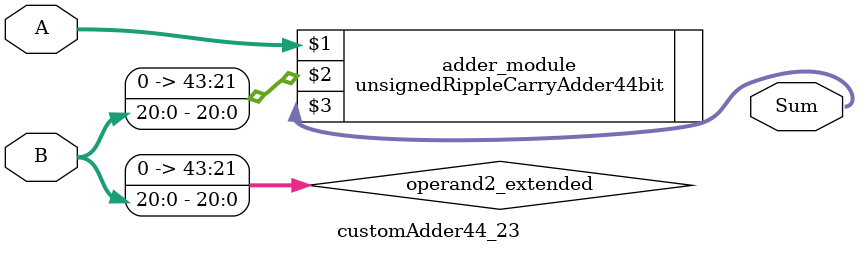
<source format=v>
module customAdder44_23(
                        input [43 : 0] A,
                        input [20 : 0] B,
                        
                        output [44 : 0] Sum
                );

        wire [43 : 0] operand2_extended;
        
        assign operand2_extended =  {23'b0, B};
        
        unsignedRippleCarryAdder44bit adder_module(
            A,
            operand2_extended,
            Sum
        );
        
        endmodule
        
</source>
